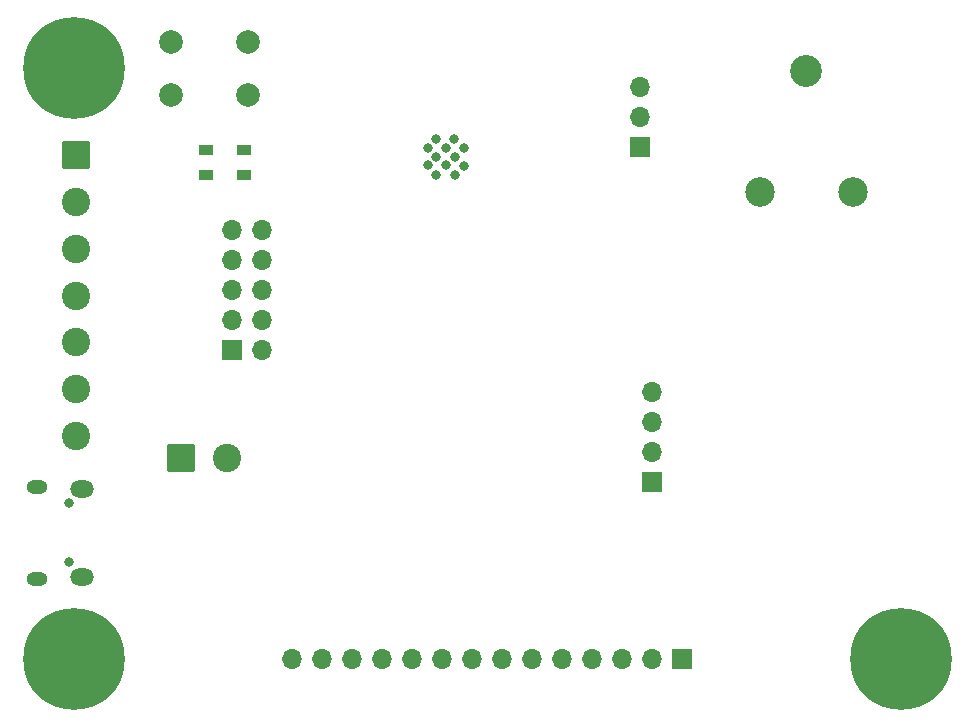
<source format=gbr>
%TF.GenerationSoftware,KiCad,Pcbnew,6.0.10+dfsg-2*%
%TF.CreationDate,2023-02-01T09:38:31-05:00*%
%TF.ProjectId,ParentsStove,50617265-6e74-4735-9374-6f76652e6b69,rev?*%
%TF.SameCoordinates,Original*%
%TF.FileFunction,Soldermask,Bot*%
%TF.FilePolarity,Negative*%
%FSLAX46Y46*%
G04 Gerber Fmt 4.6, Leading zero omitted, Abs format (unit mm)*
G04 Created by KiCad (PCBNEW 6.0.10+dfsg-2) date 2023-02-01 09:38:31*
%MOMM*%
%LPD*%
G01*
G04 APERTURE LIST*
G04 Aperture macros list*
%AMRoundRect*
0 Rectangle with rounded corners*
0 $1 Rounding radius*
0 $2 $3 $4 $5 $6 $7 $8 $9 X,Y pos of 4 corners*
0 Add a 4 corners polygon primitive as box body*
4,1,4,$2,$3,$4,$5,$6,$7,$8,$9,$2,$3,0*
0 Add four circle primitives for the rounded corners*
1,1,$1+$1,$2,$3*
1,1,$1+$1,$4,$5*
1,1,$1+$1,$6,$7*
1,1,$1+$1,$8,$9*
0 Add four rect primitives between the rounded corners*
20,1,$1+$1,$2,$3,$4,$5,0*
20,1,$1+$1,$4,$5,$6,$7,0*
20,1,$1+$1,$6,$7,$8,$9,0*
20,1,$1+$1,$8,$9,$2,$3,0*%
G04 Aperture macros list end*
%ADD10C,0.800000*%
%ADD11O,0.800000X0.800000*%
%ADD12O,1.800000X1.150000*%
%ADD13O,2.000000X1.450000*%
%ADD14RoundRect,0.250001X-0.949999X-0.949999X0.949999X-0.949999X0.949999X0.949999X-0.949999X0.949999X0*%
%ADD15C,2.400000*%
%ADD16R,1.700000X1.700000*%
%ADD17O,1.700000X1.700000*%
%ADD18C,2.000000*%
%ADD19C,0.900000*%
%ADD20C,8.600000*%
%ADD21RoundRect,0.250001X-0.949999X0.949999X-0.949999X-0.949999X0.949999X-0.949999X0.949999X0.949999X0*%
%ADD22R,1.300000X0.900000*%
%ADD23C,2.700000*%
%ADD24C,2.500000*%
G04 APERTURE END LIST*
D10*
%TO.C,U5*%
X140690000Y-91000000D03*
X142290000Y-94000000D03*
X139990000Y-93225000D03*
X142987200Y-93231800D03*
X140690000Y-92525000D03*
X142290000Y-92525000D03*
X141490000Y-91725000D03*
X139990000Y-91725000D03*
X142990000Y-91725000D03*
X141500000Y-93225000D03*
X142190000Y-91000000D03*
X140690000Y-94000000D03*
%TD*%
D11*
%TO.C,J1*%
X109600000Y-126825000D03*
X109600000Y-121825000D03*
D12*
X106850000Y-128200000D03*
D13*
X110650000Y-120600000D03*
D12*
X106850000Y-120450000D03*
D13*
X110650000Y-128050000D03*
%TD*%
D14*
%TO.C,J7*%
X119020000Y-117982500D03*
D15*
X122980000Y-117982500D03*
%TD*%
D16*
%TO.C,J6*%
X123400000Y-108834000D03*
D17*
X125940000Y-108834000D03*
X123400000Y-106294000D03*
X125940000Y-106294000D03*
X123400000Y-103754000D03*
X125940000Y-103754000D03*
X123400000Y-101214000D03*
X125940000Y-101214000D03*
X123400000Y-98674000D03*
X125940000Y-98674000D03*
%TD*%
D16*
%TO.C,J3*%
X157952000Y-91700000D03*
D17*
X157952000Y-89160000D03*
X157952000Y-86620000D03*
%TD*%
D18*
%TO.C,SW1*%
X118250000Y-82750000D03*
X124750000Y-82750000D03*
X118250000Y-87250000D03*
X124750000Y-87250000D03*
%TD*%
D19*
%TO.C,H4*%
X110000000Y-81775000D03*
X110000000Y-88225000D03*
X112280419Y-87280419D03*
X113225000Y-85000000D03*
X107719581Y-87280419D03*
X106775000Y-85000000D03*
X112280419Y-82719581D03*
X107719581Y-82719581D03*
D20*
X110000000Y-85000000D03*
%TD*%
D19*
%TO.C,H3*%
X180000000Y-131775000D03*
X177719581Y-137280419D03*
X176775000Y-135000000D03*
D20*
X180000000Y-135000000D03*
D19*
X177719581Y-132719581D03*
X182280419Y-132719581D03*
X183225000Y-135000000D03*
X182280419Y-137280419D03*
X180000000Y-138225000D03*
%TD*%
D16*
%TO.C,J5*%
X161500000Y-135000000D03*
D17*
X158960000Y-135000000D03*
X156420000Y-135000000D03*
X153880000Y-135000000D03*
X151340000Y-135000000D03*
X148800000Y-135000000D03*
X146260000Y-135000000D03*
X143720000Y-135000000D03*
X141180000Y-135000000D03*
X138640000Y-135000000D03*
X136100000Y-135000000D03*
X133560000Y-135000000D03*
X131020000Y-135000000D03*
X128480000Y-135000000D03*
%TD*%
D16*
%TO.C,J4*%
X158968000Y-120040000D03*
D17*
X158968000Y-117500000D03*
X158968000Y-114960000D03*
X158968000Y-112420000D03*
%TD*%
D19*
%TO.C,H5*%
X107719581Y-132719581D03*
X112280419Y-137280419D03*
X106775000Y-135000000D03*
X110000000Y-131775000D03*
X113225000Y-135000000D03*
X110000000Y-138225000D03*
D20*
X110000000Y-135000000D03*
D19*
X107719581Y-137280419D03*
X112280419Y-132719581D03*
%TD*%
D21*
%TO.C,J2*%
X110140000Y-92356000D03*
D15*
X110140000Y-96316000D03*
X110140000Y-100276000D03*
X110140000Y-104236000D03*
X110140000Y-108196000D03*
X110140000Y-112156000D03*
X110140000Y-116116000D03*
%TD*%
D22*
%TO.C,U3*%
X124380000Y-91880000D03*
X124380000Y-94020000D03*
X121200000Y-94020000D03*
X121200000Y-91880000D03*
%TD*%
D23*
%TO.C,TC1*%
X172000000Y-85250000D03*
D24*
X175950000Y-95500000D03*
X168050000Y-95500000D03*
%TD*%
M02*

</source>
